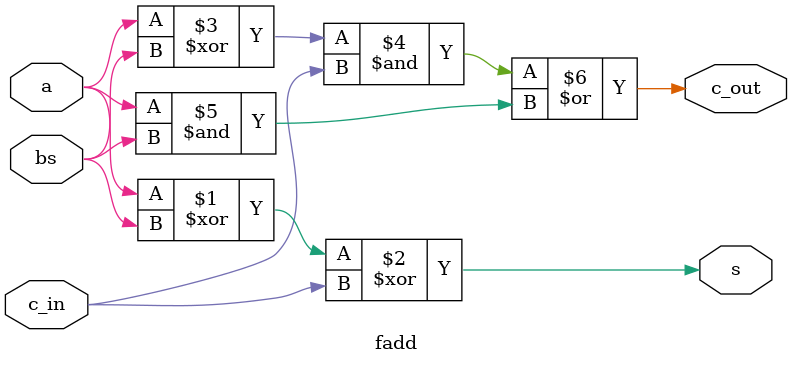
<source format=v>

module parallel_add_sub_4bit(a, b, sign, s, c_out);

input [3:0] a;
input [3:0] b;
input sign;

output [3:0] s; // sum
output [3:0] c_out; // carry out

reg [3:0] bs;
reg [3:0] c_in;

always @(*) begin
    if (~sign) begin
        bs = b ^ 4'b0000;
        c_in[0] = 4'b0000;
    end
    
    else begin // if (sign)
        bs = b ^ 4'b1111;
        c_in[0] = 4'b1111;
    end
end

fadd inst_fa0(.a(a[0]), .bs(bs[0]), .c_in(c_in[0]), .c_out(c_out[0]), .s(s[0]));
fadd inst_fa1(.a(a[1]), .bs(bs[1]), .c_in(c_out[0]), .c_out(c_out[1]), .s(s[1]));
fadd inst_fa2(.a(a[2]), .bs(bs[2]), .c_in(c_out[1]), .c_out(c_out[2]), .s(s[2]));
fadd inst_fa3(.a(a[3]), .bs(bs[3]), .c_in(c_out[2]), .c_out(c_out[3]), .s(s[3]));

// carry 1비트 부족?
endmodule


module fadd(a, bs, c_in, c_out, s);

input a;
input bs;
input c_in;

output c_out;
output s;


assign s = (a ^ bs) ^ c_in;
assign c_out = ((a ^ bs) & c_in) | (a & bs);


endmodule
</source>
